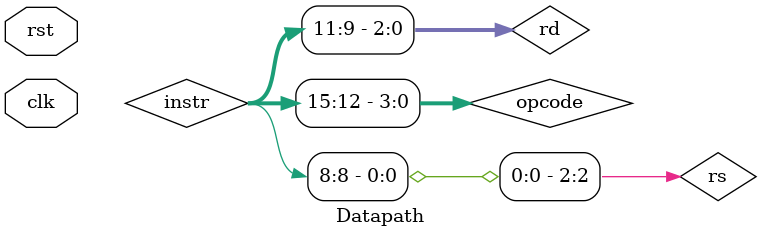
<source format=v>
`timescale 1ns / 1ps
`default_nettype none

module Datapath (
    input wire clk,
    input wire rst
);

    reg  [7:0] PC;

    wire [15:0] instr;
    wire [3:0]  opcode;
    wire [2:0]  rd, rs, rt;
    wire [7:0]  imm;

    wire rf_we, mem_we, alu_src;
    wire [2:0] alu_op;

    wire [7:0] reg_rs;
    wire [7:0] reg_rt;
    wire [7:0] alu_B;
    wire [7:0] alu_out;

    // FETCH
    InstructionMemory IM (
        .addr(PC),
        .instr(instr)
    );

    // DECODE
    assign opcode = instr[15:12];
    assign rd     = instr[11:9];
    assign rs     = instr[8:6];
    assign rt     = instr[5:3];
    assign imm    = instr[7:0];

    // CONTROL
    ControlUnit CU (
        .opcode(opcode),
        .rf_we(rf_we),
        .mem_we(mem_we),
        .alu_src(alu_src),
        .alu_op(alu_op)
    );

    // REGISTER FILE
    RegisterFile RF (
        .clk(clk),
        .we(rf_we),
        .raddr1(rs),
        .raddr2((opcode == 4'b0101) ? rd : rt), // ✅ READ R3 FOR STORE
        .waddr(rd),
        .wdata((opcode == 4'b0100) ? imm : alu_out),
        .rdata1(reg_rs),
        .rdata2(reg_rt)
    );

    // ALU
    assign alu_B = alu_src ? imm : reg_rt;

    ALU ALU_U (
        .A(reg_rs),
        .B(alu_B),
        .ALU_Sel(alu_op),
        .ALU_Out(alu_out)
    );

    // DATA MEMORY
    DataMemory DM (
        .clk(clk),
        .addr(imm),
        .wdata(reg_rt),   // ✅ STORE R3 VALUE
        .we(mem_we),
        .rdata()
    );

    // PC
    always @(posedge clk or posedge rst) begin
        if (rst)
            PC <= 0;
        else if (opcode != 4'b1111)
            PC <= PC + 1;
    end

    // DEBUG
    always @(posedge clk) begin
        $display(
            "DEBUG | PC=%0d opcode=%b rs=%0d rt=%0d rd=%0d reg_rs=%0d reg_rt=%0d alu_out=%0d",
            PC, opcode, rs, rt, rd, reg_rs, reg_rt, alu_out
        );
    end

endmodule

`default_nettype wire

</source>
